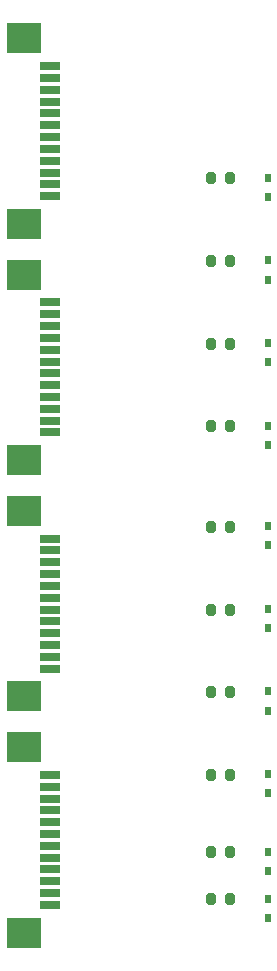
<source format=gbr>
%TF.GenerationSoftware,KiCad,Pcbnew,9.0.6*%
%TF.CreationDate,2025-12-11T14:01:36+03:00*%
%TF.ProjectId,PMLED-10,504d4c45-442d-4313-902e-6b696361645f,rev?*%
%TF.SameCoordinates,PX3ec0740PY6021600*%
%TF.FileFunction,Paste,Top*%
%TF.FilePolarity,Positive*%
%FSLAX46Y46*%
G04 Gerber Fmt 4.6, Leading zero omitted, Abs format (unit mm)*
G04 Created by KiCad (PCBNEW 9.0.6) date 2025-12-11 14:01:36*
%MOMM*%
%LPD*%
G01*
G04 APERTURE LIST*
G04 Aperture macros list*
%AMRoundRect*
0 Rectangle with rounded corners*
0 $1 Rounding radius*
0 $2 $3 $4 $5 $6 $7 $8 $9 X,Y pos of 4 corners*
0 Add a 4 corners polygon primitive as box body*
4,1,4,$2,$3,$4,$5,$6,$7,$8,$9,$2,$3,0*
0 Add four circle primitives for the rounded corners*
1,1,$1+$1,$2,$3*
1,1,$1+$1,$4,$5*
1,1,$1+$1,$6,$7*
1,1,$1+$1,$8,$9*
0 Add four rect primitives between the rounded corners*
20,1,$1+$1,$2,$3,$4,$5,0*
20,1,$1+$1,$4,$5,$6,$7,0*
20,1,$1+$1,$6,$7,$8,$9,0*
20,1,$1+$1,$8,$9,$2,$3,0*%
G04 Aperture macros list end*
%ADD10RoundRect,0.200000X-0.200000X-0.275000X0.200000X-0.275000X0.200000X0.275000X-0.200000X0.275000X0*%
%ADD11R,0.480000X0.770000*%
%ADD12R,1.803400X0.635000*%
%ADD13R,2.997200X2.590800*%
G04 APERTURE END LIST*
D10*
%TO.C,R10*%
X9175000Y-35000000D03*
X10825000Y-35000000D03*
%TD*%
%TO.C,R9*%
X9175000Y-31000000D03*
X10825000Y-31000000D03*
%TD*%
%TO.C,R8*%
X9175000Y-24500000D03*
X10825000Y-24500000D03*
%TD*%
%TO.C,R7*%
X9175000Y-17500000D03*
X10825000Y-17500000D03*
%TD*%
%TO.C,R6*%
X9175000Y-10500000D03*
X10825000Y-10500000D03*
%TD*%
%TO.C,R4*%
X9175000Y5000000D03*
X10825000Y5000000D03*
%TD*%
%TO.C,R3*%
X9175000Y12000000D03*
X10825000Y12000000D03*
%TD*%
%TO.C,R2*%
X9175000Y19000000D03*
X10825000Y19000000D03*
%TD*%
%TO.C,R1*%
X9175000Y26000000D03*
X10825000Y26000000D03*
%TD*%
%TO.C,R5*%
X9175000Y-3500000D03*
X10825000Y-3500000D03*
%TD*%
D11*
%TO.C,D2*%
X14000000Y17435000D03*
X14000000Y19065000D03*
%TD*%
%TO.C,D3*%
X14000000Y10435000D03*
X14000000Y12065000D03*
%TD*%
%TO.C,D8*%
X14000000Y-26065000D03*
X14000000Y-24435000D03*
%TD*%
%TO.C,D7*%
X14000000Y-19065000D03*
X14000000Y-17435000D03*
%TD*%
%TO.C,D9*%
X14000000Y-32630000D03*
X14000000Y-31000000D03*
%TD*%
%TO.C,D1*%
X14000000Y24435000D03*
X14000000Y26065000D03*
%TD*%
%TO.C,D4*%
X14000000Y3435000D03*
X14000000Y5065000D03*
%TD*%
%TO.C,D10*%
X14000000Y-36630000D03*
X14000000Y-35000000D03*
%TD*%
%TO.C,D6*%
X14000000Y-12065000D03*
X14000000Y-10435000D03*
%TD*%
%TO.C,D5*%
X14000000Y-5065000D03*
X14000000Y-3435000D03*
%TD*%
D12*
%TO.C,J1*%
X-4444000Y35499992D03*
X-4444000Y34499994D03*
X-4444000Y33499996D03*
X-4444000Y32499998D03*
X-4444000Y31500000D03*
X-4444000Y30500000D03*
X-4444000Y29500000D03*
X-4444000Y28500000D03*
X-4444000Y27500002D03*
X-4444000Y26500004D03*
X-4444000Y25500006D03*
X-4444000Y24500008D03*
D13*
X-6614001Y37850003D03*
X-6614001Y22149997D03*
%TD*%
D12*
%TO.C,J3*%
X-4444000Y-4500008D03*
X-4444000Y-5500006D03*
X-4444000Y-6500004D03*
X-4444000Y-7500002D03*
X-4444000Y-8500000D03*
X-4444000Y-9500000D03*
X-4444000Y-10500000D03*
X-4444000Y-11500000D03*
X-4444000Y-12499998D03*
X-4444000Y-13499996D03*
X-4444000Y-14499994D03*
X-4444000Y-15499992D03*
D13*
X-6614001Y-2149997D03*
X-6614001Y-17850003D03*
%TD*%
D12*
%TO.C,J2*%
X-4444000Y15499992D03*
X-4444000Y14499994D03*
X-4444000Y13499996D03*
X-4444000Y12499998D03*
X-4444000Y11500000D03*
X-4444000Y10500000D03*
X-4444000Y9500000D03*
X-4444000Y8500000D03*
X-4444000Y7500002D03*
X-4444000Y6500004D03*
X-4444000Y5500006D03*
X-4444000Y4500008D03*
D13*
X-6614001Y17850003D03*
X-6614001Y2149997D03*
%TD*%
D12*
%TO.C,J4*%
X-4444000Y-24500008D03*
X-4444000Y-25500006D03*
X-4444000Y-26500004D03*
X-4444000Y-27500002D03*
X-4444000Y-28500000D03*
X-4444000Y-29500000D03*
X-4444000Y-30500000D03*
X-4444000Y-31500000D03*
X-4444000Y-32499998D03*
X-4444000Y-33499996D03*
X-4444000Y-34499994D03*
X-4444000Y-35499992D03*
D13*
X-6614001Y-22149997D03*
X-6614001Y-37850003D03*
%TD*%
M02*

</source>
